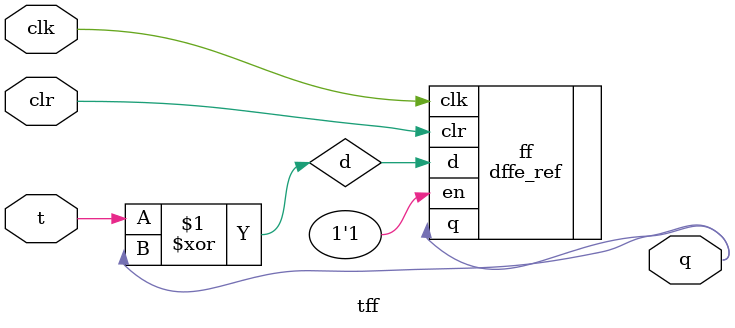
<source format=v>
module tff (t, clk, clr, q);

    input t, clk, clr;
    output q;

    wire d;
    assign d = t ^ q;
    
    dffe_ref ff (.q(q), .d(d), .clk(clk), .en(1'b1), .clr(clr));

endmodule
</source>
